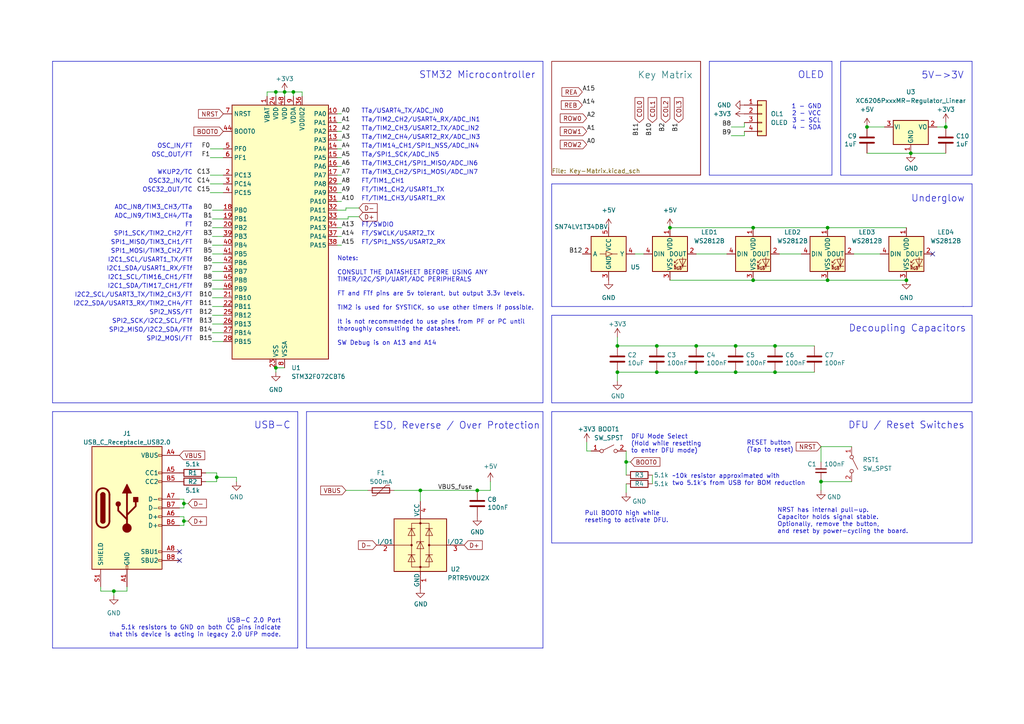
<source format=kicad_sch>
(kicad_sch (version 20231120) (generator "eeschema") (generator_version "8.0")
  (paper "A4")
  (lib_symbols
    (symbol "+3V3_1" (power) (pin_numbers hide) (pin_names (offset 0) hide)
      (property "Value" "+3V3" (at 0 3.556 0))
      (symbol "+3V3_1_0_1"
        (polyline (pts (xy -0.762 1.27) (xy 0 2.54)))
        (polyline (pts (xy 0 0) (xy 0 2.54)))
        (polyline (pts (xy 0 2.54) (xy 0.762 1.27)))
      )
      (symbol "+3V3_1_1_1"
        (pin power_in line (at 0 0 90) (length 0) (name "~") (number "1"))
      )
    )
    (symbol "+5V_1" (power) (pin_names (offset 0))
      (property "Value" "+5V_1" (at 0 3.556 0))
      (symbol "+5V_1_0_1"
        (polyline (pts (xy -0.762 1.27) (xy 0 2.54)))
        (polyline (pts (xy 0 0) (xy 0 2.54)))
        (polyline (pts (xy 0 2.54) (xy 0.762 1.27)))
      )
      (symbol "+5V_1_1_1"
        (pin power_in line (at 0 0 90) (length 0) hide (name "+5V") (number "1"))
      )
    )
    (symbol "+5V_2" (power) (pin_numbers hide) (pin_names (offset 0) hide)
      (property "Value" "+5V" (at 0 3.556 0))
      (symbol "+5V_2_0_1"
        (polyline (pts (xy -0.762 1.27) (xy 0 2.54)))
        (polyline (pts (xy 0 0) (xy 0 2.54)))
        (polyline (pts (xy 0 2.54) (xy 0.762 1.27)))
      )
      (symbol "+5V_2_1_1"
        (pin power_in line (at 0 0 90) (length 0) (name "~") (number "1"))
      )
    )
    (symbol "+5V_3" (power) (pin_numbers hide) (pin_names (offset 0) hide)
      (property "Value" "+5V" (at 0 3.556 0))
      (symbol "+5V_3_0_1"
        (polyline (pts (xy -0.762 1.27) (xy 0 2.54)))
        (polyline (pts (xy 0 0) (xy 0 2.54)))
        (polyline (pts (xy 0 2.54) (xy 0.762 1.27)))
      )
      (symbol "+5V_3_1_1"
        (pin power_in line (at 0 0 90) (length 0) (name "~") (number "1"))
      )
    )
    (symbol "Connector:USB_C_Receptacle_USB2.0" (pin_names (offset 1.016))
      (property "Reference" "J" (at -10.16 19.05 0))
      (property "Value" "USB_C_Receptacle_USB2.0" (at 19.05 19.05 0))
      (symbol "USB_C_Receptacle_USB2.0_0_0"
        (rectangle (start -0.254 -17.78) (end 0.254 -16.764))
        (rectangle (start 10.16 -14.986) (end 9.144 -15.494))
        (rectangle (start 10.16 -12.446) (end 9.144 -12.954))
        (rectangle (start 10.16 -4.826) (end 9.144 -5.334))
        (rectangle (start 10.16 -2.286) (end 9.144 -2.794))
        (rectangle (start 10.16 0.254) (end 9.144 -0.254))
        (rectangle (start 10.16 2.794) (end 9.144 2.286))
        (rectangle (start 10.16 7.874) (end 9.144 7.366))
        (rectangle (start 10.16 10.414) (end 9.144 9.906))
        (rectangle (start 10.16 15.494) (end 9.144 14.986))
      )
      (symbol "USB_C_Receptacle_USB2.0_0_1"
        (rectangle (start -10.16 17.78) (end 10.16 -17.78) (stroke (width 0.254)) (fill (type background)))
        (arc (start -8.89 -3.81) (mid -6.985 -5.7067) (end -5.08 -3.81) (stroke (width 0.508)))
        (arc (start -7.62 -3.81) (mid -6.985 -4.4423) (end -6.35 -3.81) (stroke (width 0.254)))
        (arc (start -7.62 -3.81) (mid -6.985 -4.4423) (end -6.35 -3.81) (stroke (width 0.254)) (fill (type outline)))
        (rectangle (start -7.62 -3.81) (end -6.35 3.81) (stroke (width 0.254)) (fill (type outline)))
        (arc (start -6.35 3.81) (mid -6.985 4.4423) (end -7.62 3.81) (stroke (width 0.254)))
        (arc (start -6.35 3.81) (mid -6.985 4.4423) (end -7.62 3.81) (stroke (width 0.254)) (fill (type outline)))
        (arc (start -5.08 3.81) (mid -6.985 5.7067) (end -8.89 3.81) (stroke (width 0.508)))
        (circle (center -2.54 1.143) (radius 0.635) (stroke (width 0.254)) (fill (type outline)))
        (circle (center 0 -5.842) (radius 1.27) (fill (type outline)))
        (polyline (pts (xy -8.89 -3.81) (xy -8.89 3.81)) (stroke (width 0.508)))
        (polyline (pts (xy -5.08 3.81) (xy -5.08 -3.81)) (stroke (width 0.508)))
        (polyline (pts (xy 0 -5.842) (xy 0 4.318)) (stroke (width 0.508)))
        (polyline (pts (xy 0 -3.302) (xy -2.54 -0.762) (xy -2.54 0.508)) (stroke (width 0.508)))
        (polyline (pts (xy 0 -2.032) (xy 2.54 0.508) (xy 2.54 1.778)) (stroke (width 0.508)))
        (polyline (pts (xy -1.27 4.318) (xy 0 6.858) (xy 1.27 4.318) (xy -1.27 4.318)) (stroke (width 0.254)) (fill (type outline)))
        (rectangle (start 1.905 1.778) (end 3.175 3.048) (stroke (width 0.254)) (fill (type outline)))
      )
      (symbol "USB_C_Receptacle_USB2.0_1_1"
        (pin passive line (at 0 -22.86 90) (length 5.08) (name "GND") (number "A1"))
        (pin passive line (at 0 -22.86 90) (length 5.08) hide (name "GND") (number "A12"))
        (pin passive line (at 15.24 15.24 180) (length 5.08) (name "VBUS") (number "A4"))
        (pin bidirectional line (at 15.24 10.16 180) (length 5.08) (name "CC1") (number "A5"))
        (pin bidirectional line (at 15.24 -2.54 180) (length 5.08) (name "D+") (number "A6"))
        (pin bidirectional line (at 15.24 2.54 180) (length 5.08) (name "D-") (number "A7"))
        (pin bidirectional line (at 15.24 -12.7 180) (length 5.08) (name "SBU1") (number "A8"))
        (pin passive line (at 15.24 15.24 180) (length 5.08) hide (name "VBUS") (number "A9"))
        (pin passive line (at 0 -22.86 90) (length 5.08) hide (name "GND") (number "B1"))
        (pin passive line (at 0 -22.86 90) (length 5.08) hide (name "GND") (number "B12"))
        (pin passive line (at 15.24 15.24 180) (length 5.08) hide (name "VBUS") (number "B4"))
        (pin bidirectional line (at 15.24 7.62 180) (length 5.08) (name "CC2") (number "B5"))
        (pin bidirectional line (at 15.24 -5.08 180) (length 5.08) (name "D+") (number "B6"))
        (pin bidirectional line (at 15.24 0 180) (length 5.08) (name "D-") (number "B7"))
        (pin bidirectional line (at 15.24 -15.24 180) (length 5.08) (name "SBU2") (number "B8"))
        (pin passive line (at 15.24 15.24 180) (length 5.08) hide (name "VBUS") (number "B9"))
        (pin passive line (at -7.62 -22.86 90) (length 5.08) (name "SHIELD") (number "S1"))
      )
    )
    (symbol "Connector_Generic:Conn_01x04" (pin_names (offset 1.016) hide)
      (property "Reference" "J" (at 0 5.08 0))
      (property "Value" "Conn_01x04" (at 0 -7.62 0))
      (symbol "Conn_01x04_1_1"
        (rectangle (start -1.27 -4.953) (end 0 -5.207) (stroke (width 0.1524)))
        (rectangle (start -1.27 -2.413) (end 0 -2.667) (stroke (width 0.1524)))
        (rectangle (start -1.27 0.127) (end 0 -0.127) (stroke (width 0.1524)))
        (rectangle (start -1.27 2.667) (end 0 2.413) (stroke (width 0.1524)))
        (rectangle (start -1.27 3.81) (end 1.27 -6.35) (stroke (width 0.254)) (fill (type background)))
        (pin passive line (at -5.08 2.54 0) (length 3.81) (name "Pin_1") (number "1"))
        (pin passive line (at -5.08 0 0) (length 3.81) (name "Pin_2") (number "2"))
        (pin passive line (at -5.08 -2.54 0) (length 3.81) (name "Pin_3") (number "3"))
        (pin passive line (at -5.08 -5.08 0) (length 3.81) (name "Pin_4") (number "4"))
      )
    )
    (symbol "Device:C" (pin_numbers hide) (pin_names (offset 0.254))
      (property "Reference" "C" (at 0.635 2.54 0))
      (property "Value" "C" (at 0.635 -2.54 0))
      (symbol "C_0_1"
        (polyline (pts (xy -2.032 -0.762) (xy 2.032 -0.762)) (stroke (width 0.508)))
        (polyline (pts (xy -2.032 0.762) (xy 2.032 0.762)) (stroke (width 0.508)))
      )
      (symbol "C_1_1"
        (pin passive line (at 0 3.81 270) (length 2.794) (name "~") (number "1"))
        (pin passive line (at 0 -3.81 90) (length 2.794) (name "~") (number "2"))
      )
    )
    (symbol "Device:C_Small" (pin_numbers hide) (pin_names (offset 0.254) hide)
      (property "Reference" "C" (at 0.254 1.778 0))
      (property "Value" "C_Small" (at 0.254 -2.032 0))
      (symbol "C_Small_0_1"
        (polyline (pts (xy -1.524 -0.508) (xy 1.524 -0.508)) (stroke (width 0.3302)))
        (polyline (pts (xy -1.524 0.508) (xy 1.524 0.508)) (stroke (width 0.3048)))
      )
      (symbol "C_Small_1_1"
        (pin passive line (at 0 2.54 270) (length 2.032) (name "~") (number "1"))
        (pin passive line (at 0 -2.54 90) (length 2.032) (name "~") (number "2"))
      )
    )
    (symbol "Device:Polyfuse" (pin_numbers hide) (pin_names (offset 0))
      (property "Reference" "F" (at -2.54 0 90))
      (property "Value" "Polyfuse" (at 2.54 0 90))
      (symbol "Polyfuse_0_1"
        (rectangle (start -0.762 2.54) (end 0.762 -2.54) (stroke (width 0.254)))
        (polyline (pts (xy 0 2.54) (xy 0 -2.54)))
        (polyline (pts (xy -1.524 2.54) (xy -1.524 1.524) (xy 1.524 -1.524) (xy 1.524 -2.54)))
      )
      (symbol "Polyfuse_1_1"
        (pin passive line (at 0 3.81 270) (length 1.27) (name "~") (number "1"))
        (pin passive line (at 0 -3.81 90) (length 1.27) (name "~") (number "2"))
      )
    )
    (symbol "Device:R" (pin_numbers hide) (pin_names (offset 0))
      (property "Reference" "R" (at 2.032 0 90))
      (property "Value" "R" (at 0 0 90))
      (symbol "R_0_1"
        (rectangle (start -1.016 -2.54) (end 1.016 2.54) (stroke (width 0.254)))
      )
      (symbol "R_1_1"
        (pin passive line (at 0 3.81 270) (length 1.27) (name "~") (number "1"))
        (pin passive line (at 0 -3.81 90) (length 1.27) (name "~") (number "2"))
      )
    )
    (symbol "GND_1" (power) (pin_numbers hide) (pin_names (offset 0) hide)
      (property "Value" "GND" (at 0 -3.81 0))
      (symbol "GND_1_0_1"
        (polyline (pts (xy 0 0) (xy 0 -1.27) (xy 1.27 -1.27) (xy 0 -2.54) (xy -1.27 -1.27) (xy 0 -1.27)))
      )
      (symbol "GND_1_1_1"
        (pin power_in line (at 0 0 270) (length 0) (name "~") (number "1"))
      )
    )
    (symbol "GND_2" (power) (pin_numbers hide) (pin_names (offset 0) hide)
      (property "Value" "GND" (at 0 -3.81 0))
      (symbol "GND_2_0_1"
        (polyline (pts (xy 0 0) (xy 0 -1.27) (xy 1.27 -1.27) (xy 0 -2.54) (xy -1.27 -1.27) (xy 0 -1.27)))
      )
      (symbol "GND_2_1_1"
        (pin power_in line (at 0 0 270) (length 0) (name "~") (number "1"))
      )
    )
    (symbol "GND_3" (power) (pin_numbers hide) (pin_names (offset 0) hide)
      (property "Value" "GND" (at 0 -3.81 0))
      (symbol "GND_3_0_1"
        (polyline (pts (xy 0 0) (xy 0 -1.27) (xy 1.27 -1.27) (xy 0 -2.54) (xy -1.27 -1.27) (xy 0 -1.27)))
      )
      (symbol "GND_3_1_1"
        (pin power_in line (at 0 0 270) (length 0) (name "~") (number "1"))
      )
    )
    (symbol "LED:WS2812B" (pin_names (offset 0.254))
      (property "Reference" "D" (at 5.08 5.715 0))
      (property "Value" "WS2812B" (at 1.27 -5.715 0))
      (symbol "WS2812B_0_0"
        (text "RGB" (at 2.286 -4.191 0) (effects (font (size 0.762 0.762))))
      )
      (symbol "WS2812B_0_1"
        (polyline (pts (xy 1.27 -3.556) (xy 1.778 -3.556)))
        (polyline (pts (xy 1.27 -2.54) (xy 1.778 -2.54)))
        (polyline (pts (xy 4.699 -3.556) (xy 2.667 -3.556)))
        (polyline (pts (xy 2.286 -2.54) (xy 1.27 -3.556) (xy 1.27 -3.048)))
        (polyline (pts (xy 2.286 -1.524) (xy 1.27 -2.54) (xy 1.27 -2.032)))
        (polyline (pts (xy 3.683 -1.016) (xy 3.683 -3.556) (xy 3.683 -4.064)))
        (polyline (pts (xy 4.699 -1.524) (xy 2.667 -1.524) (xy 3.683 -3.556) (xy 4.699 -1.524)))
        (rectangle (start 5.08 5.08) (end -5.08 -5.08) (stroke (width 0.254)) (fill (type background)))
      )
      (symbol "WS2812B_1_1"
        (pin power_in line (at 0 7.62 270) (length 2.54) (name "VDD") (number "1"))
        (pin output line (at 7.62 0 180) (length 2.54) (name "DOUT") (number "2"))
        (pin power_in line (at 0 -7.62 90) (length 2.54) (name "VSS") (number "3"))
        (pin input line (at -7.62 0 0) (length 2.54) (name "DIN") (number "4"))
      )
    )
    (symbol "Logic_LevelTranslator:SN74LV1T34DBV"
      (property "Reference" "U" (at 5.08 6.35 0))
      (property "Value" "SN74LV1T34DBV" (at 5.08 3.81 0))
      (symbol "SN74LV1T34DBV_0_1"
        (rectangle (start -5.08 5.08) (end 5.08 -5.08) (stroke (width 0.254)) (fill (type background)))
        (polyline (pts (xy -0.762 0) (xy -2.54 0)))
        (polyline (pts (xy 1.016 0) (xy 2.54 0)))
      )
      (symbol "SN74LV1T34DBV_1_1"
        (polyline (pts (xy -0.762 -0.762) (xy -0.762 0.762) (xy 1.016 0) (xy -0.762 -0.762)))
        (pin no_connect line (at -5.08 2.54 0) (length 2.54) hide (name "NC") (number "1"))
        (pin input line (at -7.62 0 0) (length 2.54) (name "A") (number "2"))
        (pin power_in line (at 0 -7.62 90) (length 2.54) (name "GND") (number "3"))
        (pin output line (at 7.62 0 180) (length 2.54) (name "Y") (number "4"))
        (pin power_in line (at 0 7.62 270) (length 2.54) (name "VCC") (number "5"))
      )
    )
    (symbol "MCU_ST_STM32F0:STM32F072CBTx"
      (property "Reference" "U" (at -12.7 39.37 0))
      (property "Value" "STM32F072CBTx" (at 10.16 39.37 0))
      (symbol "STM32F072CBTx_0_1"
        (rectangle (start -12.7 -35.56) (end 15.24 38.1) (stroke (width 0.254)) (fill (type background)))
      )
      (symbol "STM32F072CBTx_1_1"
        (pin power_in line (at -2.54 40.64 270) (length 2.54) (name "VBAT") (number "1"))
        (pin bidirectional line (at 17.78 35.56 180) (length 2.54) (name "PA0") (number "10"))
        (pin bidirectional line (at 17.78 33.02 180) (length 2.54) (name "PA1") (number "11"))
        (pin bidirectional line (at 17.78 30.48 180) (length 2.54) (name "PA2") (number "12"))
        (pin bidirectional line (at 17.78 27.94 180) (length 2.54) (name "PA3") (number "13"))
        (pin bidirectional line (at 17.78 25.4 180) (length 2.54) (name "PA4") (number "14"))
        (pin bidirectional line (at 17.78 22.86 180) (length 2.54) (name "PA5") (number "15"))
        (pin bidirectional line (at 17.78 20.32 180) (length 2.54) (name "PA6") (number "16"))
        (pin bidirectional line (at 17.78 17.78 180) (length 2.54) (name "PA7") (number "17"))
        (pin bidirectional line (at -15.24 7.62 0) (length 2.54) (name "PB0") (number "18"))
        (pin bidirectional line (at -15.24 5.08 0) (length 2.54) (name "PB1") (number "19"))
        (pin bidirectional line (at -15.24 17.78 0) (length 2.54) (name "PC13") (number "2"))
        (pin bidirectional line (at -15.24 2.54 0) (length 2.54) (name "PB2") (number "20"))
        (pin bidirectional line (at -15.24 -17.78 0) (length 2.54) (name "PB10") (number "21"))
        (pin bidirectional line (at -15.24 -20.32 0) (length 2.54) (name "PB11") (number "22"))
        (pin power_in line (at 0 -38.1 90) (length 2.54) (name "VSS") (number "23"))
        (pin power_in line (at 0 40.64 270) (length 2.54) (name "VDD") (number "24"))
        (pin bidirectional line (at -15.24 -22.86 0) (length 2.54) (name "PB12") (number "25"))
        (pin bidirectional line (at -15.24 -25.4 0) (length 2.54) (name "PB13") (number "26"))
        (pin bidirectional line (at -15.24 -27.94 0) (length 2.54) (name "PB14") (number "27"))
        (pin bidirectional line (at -15.24 -30.48 0) (length 2.54) (name "PB15") (number "28"))
        (pin bidirectional line (at 17.78 15.24 180) (length 2.54) (name "PA8") (number "29"))
        (pin bidirectional line (at -15.24 15.24 0) (length 2.54) (name "PC14") (number "3"))
        (pin bidirectional line (at 17.78 12.7 180) (length 2.54) (name "PA9") (number "30"))
        (pin bidirectional line (at 17.78 10.16 180) (length 2.54) (name "PA10") (number "31"))
        (pin bidirectional line (at 17.78 7.62 180) (length 2.54) (name "PA11") (number "32"))
        (pin bidirectional line (at 17.78 5.08 180) (length 2.54) (name "PA12") (number "33"))
        (pin bidirectional line (at 17.78 2.54 180) (length 2.54) (name "PA13") (number "34"))
        (pin passive line (at 0 -38.1 90) (length 2.54) hide (name "VSS") (number "35"))
        (pin power_in line (at 7.62 40.64 270) (length 2.54) (name "VDDIO2") (number "36"))
        (pin bidirectional line (at 17.78 0 180) (length 2.54) (name "PA14") (number "37"))
        (pin bidirectional line (at 17.78 -2.54 180) (length 2.54) (name "PA15") (number "38"))
        (pin bidirectional line (at -15.24 0 0) (length 2.54) (name "PB3") (number "39"))
        (pin bidirectional line (at -15.24 12.7 0) (length 2.54) (name "PC15") (number "4"))
        (pin bidirectional line (at -15.24 -2.54 0) (length 2.54) (name "PB4") (number "40"))
        (pin bidirectional line (at -15.24 -5.08 0) (length 2.54) (name "PB5") (number "41"))
        (pin bidirectional line (at -15.24 -7.62 0) (length 2.54) (name "PB6") (number "42"))
        (pin bidirectional line (at -15.24 -10.16 0) (length 2.54) (name "PB7") (number "43"))
        (pin input line (at -15.24 30.48 0) (length 2.54) (name "BOOT0") (number "44"))
        (pin bidirectional line (at -15.24 -12.7 0) (length 2.54) (name "PB8") (number "45"))
        (pin bidirectional line (at -15.24 -15.24 0) (length 2.54) (name "PB9") (number "46"))
        (pin passive line (at 0 -38.1 90) (length 2.54) hide (name "VSS") (number "47"))
        (pin power_in line (at 2.54 40.64 270) (length 2.54) (name "VDD") (number "48"))
        (pin bidirectional line (at -15.24 25.4 0) (length 2.54) (name "PF0") (number "5"))
        (pin bidirectional line (at -15.24 22.86 0) (length 2.54) (name "PF1") (number "6"))
        (pin input line (at -15.24 35.56 0) (length 2.54) (name "NRST") (number "7"))
        (pin power_in line (at 2.54 -38.1 90) (length 2.54) (name "VSSA") (number "8"))
        (pin power_in line (at 5.08 40.64 270) (length 2.54) (name "VDDA") (number "9"))
      )
    )
    (symbol "Power_Protection:PRTR5V0U2X" (pin_names (offset 0))
      (property "Reference" "D" (at 2.794 8.636 0))
      (property "Value" "PRTR5V0U2X" (at 8.128 -9.398 0))
      (symbol "PRTR5V0U2X_0_1"
        (rectangle (start -7.62 -7.62) (end 7.62 7.62) (stroke (width 0.254)) (fill (type background)))
        (circle (center -2.54 0) (radius 0.254) (fill (type outline)))
        (rectangle (start -2.54 6.35) (end 2.54 -6.35))
        (circle (center 0 -6.35) (radius 0.254) (fill (type outline)))
        (polyline (pts (xy -2.54 0) (xy -7.62 0)))
        (polyline (pts (xy -1.524 -2.794) (xy -3.556 -2.794)))
        (polyline (pts (xy -1.524 4.826) (xy -3.556 4.826)))
        (polyline (pts (xy 0 -7.62) (xy 0 7.62)))
        (polyline (pts (xy 1.524 -2.794) (xy 3.556 -2.794)))
        (polyline (pts (xy 1.524 4.826) (xy 3.556 4.826)))
        (polyline (pts (xy 2.54 0) (xy 7.62 0)))
        (polyline (pts (xy 1.016 1.016) (xy -1.016 1.016) (xy -1.016 0.508)))
        (polyline (pts (xy -3.556 -4.826) (xy -1.524 -4.826) (xy -2.54 -2.794) (xy -3.556 -4.826)))
        (polyline (pts (xy -3.556 2.794) (xy -1.524 2.794) (xy -2.54 4.826) (xy -3.556 2.794)))
        (polyline (pts (xy -1.016 -1.016) (xy 1.016 -1.016) (xy 0 1.016) (xy -1.016 -1.016)))
        (polyline (pts (xy 3.556 -4.826) (xy 1.524 -4.826) (xy 2.54 -2.794) (xy 3.556 -4.826)))
        (polyline (pts (xy 3.556 2.794) (xy 1.524 2.794) (xy 2.54 4.826) (xy 3.556 2.794)))
        (circle (center 0 6.35) (radius 0.254) (fill (type outline)))
        (circle (center 2.54 0) (radius 0.254) (fill (type outline)))
      )
      (symbol "PRTR5V0U2X_1_1"
        (pin passive line (at 0 -12.7 90) (length 5.08) (name "GND") (number "1"))
        (pin passive line (at -12.7 0 0) (length 5.08) (name "I/O1") (number "2"))
        (pin passive line (at 12.7 0 180) (length 5.08) (name "I/O2") (number "3"))
        (pin passive line (at 0 12.7 270) (length 5.08) (name "VCC") (number "4"))
      )
    )
    (symbol "Switch:SW_SPST" (pin_names (offset 0) hide)
      (property "Reference" "SW" (at 0 3.175 0))
      (property "Value" "SW_SPST" (at 0 -2.54 0))
      (symbol "SW_SPST_0_0"
        (circle (center -2.032 0) (radius 0.508))
        (polyline (pts (xy -1.524 0.254) (xy 1.524 1.778)))
        (circle (center 2.032 0) (radius 0.508))
      )
      (symbol "SW_SPST_1_1"
        (pin passive line (at -5.08 0 0) (length 2.54) (name "A") (number "1"))
        (pin passive line (at 5.08 0 180) (length 2.54) (name "B") (number "2"))
      )
    )
    (symbol "kicad-keyboard-parts:XC6206PxxxMR-Regulator_Linear" (pin_names (offset 0.254))
      (property "Reference" "U" (at -3.81 3.175 0))
      (property "Value" "XC6206PxxxMR-Regulator_Linear" (at 0 3.175 0))
      (property "LCSC" "C5446" (at 0 0 0))
      (symbol "XC6206PxxxMR-Regulator_Linear_0_1"
        (rectangle (start -5.08 1.905) (end 5.08 -5.08) (stroke (width 0.254)) (fill (type background)))
      )
      (symbol "XC6206PxxxMR-Regulator_Linear_1_1"
        (pin power_in line (at 0 -7.62 90) (length 2.54) (name "GND") (number "1"))
        (pin power_out line (at 7.62 0 180) (length 2.54) (name "VO") (number "2"))
        (pin power_in line (at -7.62 0 0) (length 2.54) (name "VI") (number "3"))
      )
    )
    (symbol "power:+3V3" (power) (pin_names (offset 0))
      (property "Value" "+3V3" (at 0 3.556 0))
      (symbol "+3V3_0_1"
        (polyline (pts (xy -0.762 1.27) (xy 0 2.54)))
        (polyline (pts (xy 0 0) (xy 0 2.54)))
        (polyline (pts (xy 0 2.54) (xy 0.762 1.27)))
      )
      (symbol "+3V3_1_1"
        (pin power_in line (at 0 0 90) (length 0) hide (name "+3V3") (number "1"))
      )
    )
    (symbol "power:+5V" (power) (pin_names (offset 0))
      (property "Value" "+5V" (at 0 3.556 0))
      (symbol "+5V_0_1"
        (polyline (pts (xy -0.762 1.27) (xy 0 2.54)))
        (polyline (pts (xy 0 0) (xy 0 2.54)))
        (polyline (pts (xy 0 2.54) (xy 0.762 1.27)))
      )
      (symbol "+5V_1_1"
        (pin power_in line (at 0 0 90) (length 0) hide (name "+5V") (number "1"))
      )
    )
    (symbol "power:GND" (power) (pin_names (offset 0))
      (property "Value" "GND" (at 0 -3.81 0))
      (symbol "GND_0_1"
        (polyline (pts (xy 0 0) (xy 0 -1.27) (xy 1.27 -1.27) (xy 0 -2.54) (xy -1.27 -1.27) (xy 0 -1.27)))
      )
      (symbol "GND_1_1"
        (pin power_in line (at 0 0 270) (length 0) hide (name "GND") (number "1"))
      )
    )
  )
  (junction (at 181.61 133.985))
  (junction (at 82.55 26.67))
  (junction (at 194.31 66.04))
  (junction (at 274.32 36.83))
  (junction (at 62.865 138.43))
  (junction (at 80.01 26.67))
  (junction (at 240.03 66.04))
  (junction (at 262.89 81.28))
  (junction (at 213.36 107.95))
  (junction (at 251.46 36.83))
  (junction (at 218.44 81.28))
  (junction (at 213.36 100.33))
  (junction (at 179.07 107.95))
  (junction (at 240.03 81.28))
  (junction (at 264.16 44.45) (diameter 0.9144))
  (junction (at 238.125 139.7))
  (junction (at 179.07 100.33))
  (junction (at 80.01 106.68))
  (junction (at 201.93 107.95))
  (junction (at 190.5 107.95))
  (junction (at 224.79 107.95))
  (junction (at 224.79 100.33))
  (junction (at 121.92 142.24))
  (junction (at 201.93 100.33))
  (junction (at 138.43 142.24))
  (junction (at 53.34 151.13))
  (junction (at 33.02 171.45))
  (junction (at 218.44 66.04))
  (junction (at 53.34 146.05))
  (junction (at 190.5 100.33))
  (junction (at 85.09 26.67))
  (no_connect (at 270.51 73.66))
  (no_connect (at 52.07 162.56))
  (no_connect (at 52.07 160.02))
  (wire (pts (xy 215.9 39.37) (xy 215.9 38.1)))
  (wire (pts (xy 224.79 107.95) (xy 236.22 107.95)))
  (wire (pts (xy 52.07 152.4) (xy 53.34 152.4)))
  (wire (pts (xy 61.595 78.74) (xy 64.77 78.74)))
  (wire (pts (xy 99.06 43.18) (xy 97.79 43.18)))
  (wire (pts (xy 33.02 171.45) (xy 36.83 171.45)))
  (polyline (pts (xy 160.02 53.34) (xy 281.94 53.34)))
  (polyline (pts (xy 243.84 17.78) (xy 281.94 17.78)))
  (wire (pts (xy 61.595 63.5) (xy 64.77 63.5)))
  (wire (pts (xy 87.63 26.67) (xy 87.63 27.94)))
  (wire (pts (xy 52.07 144.78) (xy 53.34 144.78)))
  (wire (pts (xy 99.06 55.88) (xy 97.79 55.88)))
  (wire (pts (xy 62.865 139.7) (xy 62.865 138.43)))
  (wire (pts (xy 201.93 107.95) (xy 190.5 107.95)))
  (wire (pts (xy 59.69 139.7) (xy 62.865 139.7)))
  (wire (pts (xy 99.06 50.8) (xy 97.79 50.8)))
  (wire (pts (xy 53.34 146.05) (xy 53.34 147.32)))
  (wire (pts (xy 62.865 138.43) (xy 62.865 137.16)))
  (wire (pts (xy 171.45 130.81) (xy 170.18 130.81)))
  (wire (pts (xy 33.02 172.72) (xy 33.02 171.45)))
  (polyline (pts (xy 88.9 187.96) (xy 157.48 187.96)))
  (polyline (pts (xy 281.94 88.9) (xy 281.94 53.34)))
  (wire (pts (xy 85.09 26.67) (xy 85.09 27.94)))
  (wire (pts (xy 240.03 81.28) (xy 262.89 81.28)))
  (wire (pts (xy 99.06 38.1) (xy 97.79 38.1)))
  (wire (pts (xy 62.865 138.43) (xy 68.58 138.43)))
  (polyline (pts (xy 241.3 50.8) (xy 241.3 17.78)))
  (wire (pts (xy 201.93 100.33) (xy 190.5 100.33)))
  (wire (pts (xy 61.595 66.04) (xy 64.77 66.04)))
  (wire (pts (xy 85.09 26.67) (xy 87.63 26.67)))
  (wire (pts (xy 181.61 133.985) (xy 182.88 133.985)))
  (wire (pts (xy 61.595 81.28) (xy 64.77 81.28)))
  (wire (pts (xy 80.01 26.67) (xy 80.01 27.94)))
  (wire (pts (xy 59.69 137.16) (xy 62.865 137.16)))
  (wire (pts (xy 264.16 44.45) (xy 274.32 44.45)))
  (wire (pts (xy 61.595 96.52) (xy 64.77 96.52)))
  (wire (pts (xy 80.01 107.95) (xy 80.01 106.68)))
  (wire (pts (xy 201.93 73.66) (xy 210.82 73.66)))
  (wire (pts (xy 61.595 86.36) (xy 64.77 86.36)))
  (wire (pts (xy 99.06 40.64) (xy 97.79 40.64)))
  (wire (pts (xy 238.125 142.24) (xy 238.125 139.7)))
  (wire (pts (xy 218.44 66.04) (xy 240.03 66.04)))
  (wire (pts (xy 194.31 66.04) (xy 218.44 66.04)))
  (wire (pts (xy 61.595 76.2) (xy 64.77 76.2)))
  (wire (pts (xy 251.46 36.83) (xy 256.54 36.83)))
  (wire (pts (xy 189.23 137.795) (xy 189.23 140.335)))
  (wire (pts (xy 213.36 100.33) (xy 224.79 100.33)))
  (wire (pts (xy 99.06 66.04) (xy 97.79 66.04)))
  (wire (pts (xy 61.595 73.66) (xy 64.77 73.66)))
  (wire (pts (xy 138.43 142.24) (xy 142.24 142.24)))
  (wire (pts (xy 170.18 130.81) (xy 170.18 128.27)))
  (wire (pts (xy 240.03 66.04) (xy 262.89 66.04)))
  (wire (pts (xy 100.965 62.865) (xy 100.965 63.5)))
  (wire (pts (xy 61.595 68.58) (xy 64.77 68.58)))
  (wire (pts (xy 77.47 26.67) (xy 77.47 27.94)))
  (polyline (pts (xy 15.24 17.78) (xy 15.24 116.84)))
  (wire (pts (xy 99.06 45.72) (xy 97.79 45.72)))
  (wire (pts (xy 61.595 93.98) (xy 64.77 93.98)))
  (polyline (pts (xy 281.94 119.38) (xy 281.94 157.48)))
  (polyline (pts (xy 160.02 91.44) (xy 160.02 116.84)))
  (wire (pts (xy 238.125 129.54) (xy 247.015 129.54)))
  (wire (pts (xy 271.78 36.83) (xy 274.32 36.83)))
  (wire (pts (xy 201.93 100.33) (xy 213.36 100.33)))
  (wire (pts (xy 99.06 48.26) (xy 97.79 48.26)))
  (wire (pts (xy 181.61 130.81) (xy 181.61 133.985)))
  (polyline (pts (xy 15.24 187.96) (xy 86.36 187.96)))
  (wire (pts (xy 85.09 26.67) (xy 82.55 26.67)))
  (wire (pts (xy 61.595 60.96) (xy 64.77 60.96)))
  (polyline (pts (xy 281.94 157.48) (xy 160.02 157.48)))
  (wire (pts (xy 238.125 129.54) (xy 238.125 133.985)))
  (wire (pts (xy 99.06 58.42) (xy 97.79 58.42)))
  (polyline (pts (xy 86.36 187.96) (xy 86.36 119.38)))
  (wire (pts (xy 61.595 88.9) (xy 64.77 88.9)))
  (wire (pts (xy 100.33 142.24) (xy 106.68 142.24)))
  (polyline (pts (xy 279.4 88.9) (xy 281.94 88.9)))
  (polyline (pts (xy 157.48 187.96) (xy 157.48 119.38)))
  (wire (pts (xy 100.965 63.5) (xy 97.79 63.5)))
  (wire (pts (xy 179.07 110.49) (xy 179.07 107.95)))
  (wire (pts (xy 247.65 73.66) (xy 255.27 73.66)))
  (polyline (pts (xy 205.74 17.78) (xy 205.74 50.8)))
  (wire (pts (xy 218.44 81.28) (xy 240.03 81.28)))
  (wire (pts (xy 53.34 152.4) (xy 53.34 151.13)))
  (wire (pts (xy 60.96 50.8) (xy 64.77 50.8)))
  (wire (pts (xy 60.96 53.34) (xy 64.77 53.34)))
  (polyline (pts (xy 88.9 119.38) (xy 157.48 119.38)))
  (wire (pts (xy 52.07 149.86) (xy 53.34 149.86)))
  (wire (pts (xy 114.3 142.24) (xy 121.92 142.24)))
  (wire (pts (xy 80.01 106.68) (xy 82.55 106.68)))
  (wire (pts (xy 224.79 100.33) (xy 236.22 100.33)))
  (wire (pts (xy 179.07 97.79) (xy 179.07 100.33)))
  (wire (pts (xy 61.595 99.06) (xy 64.77 99.06)))
  (wire (pts (xy 215.9 36.83) (xy 212.09 36.83)))
  (wire (pts (xy 238.125 139.7) (xy 238.125 139.065)))
  (wire (pts (xy 53.34 146.05) (xy 54.61 146.05)))
  (wire (pts (xy 80.01 26.67) (xy 82.55 26.67)))
  (wire (pts (xy 238.125 139.7) (xy 247.015 139.7)))
  (wire (pts (xy 181.61 140.335) (xy 181.61 142.875)))
  (wire (pts (xy 60.96 43.18) (xy 64.77 43.18)))
  (polyline (pts (xy 88.9 119.38) (xy 88.9 187.96)))
  (wire (pts (xy 61.595 91.44) (xy 64.77 91.44)))
  (wire (pts (xy 61.595 83.82) (xy 64.77 83.82)))
  (wire (pts (xy 29.21 171.45) (xy 33.02 171.45)))
  (wire (pts (xy 142.24 139.7) (xy 142.24 142.24)))
  (wire (pts (xy 77.47 26.67) (xy 80.01 26.67)))
  (polyline (pts (xy 157.48 116.84) (xy 157.48 17.78)))
  (wire (pts (xy 61.595 71.12) (xy 64.77 71.12)))
  (polyline (pts (xy 15.24 119.38) (xy 15.24 187.96)))
  (wire (pts (xy 181.61 133.985) (xy 181.61 137.795)))
  (wire (pts (xy 52.07 147.32) (xy 53.34 147.32)))
  (polyline (pts (xy 205.74 50.8) (xy 241.3 50.8)))
  (wire (pts (xy 215.9 35.56) (xy 215.9 36.83)))
  (wire (pts (xy 100.33 60.325) (xy 100.33 60.96)))
  (polyline (pts (xy 160.02 53.34) (xy 160.02 88.9)))
  (wire (pts (xy 29.21 170.18) (xy 29.21 171.45)))
  (wire (pts (xy 104.14 62.865) (xy 100.965 62.865)))
  (wire (pts (xy 53.34 149.86) (xy 53.34 151.13)))
  (wire (pts (xy 99.06 53.34) (xy 97.79 53.34)))
  (wire (pts (xy 99.06 35.56) (xy 97.79 35.56)))
  (wire (pts (xy 99.06 68.58) (xy 97.79 68.58)))
  (wire (pts (xy 53.34 151.13) (xy 54.61 151.13)))
  (wire (pts (xy 226.06 73.66) (xy 232.41 73.66)))
  (wire (pts (xy 190.5 107.95) (xy 179.07 107.95)))
  (wire (pts (xy 184.15 73.66) (xy 186.69 73.66)))
  (wire (pts (xy 274.32 35.56) (xy 274.32 36.83)))
  (wire (pts (xy 68.58 138.43) (xy 68.58 139.7)))
  (polyline (pts (xy 15.24 119.38) (xy 86.36 119.38)))
  (wire (pts (xy 36.83 171.45) (xy 36.83 170.18)))
  (wire (pts (xy 100.33 60.96) (xy 97.79 60.96)))
  (polyline (pts (xy 205.74 17.78) (xy 241.3 17.78)))
  (wire (pts (xy 121.92 142.24) (xy 121.92 145.415)))
  (wire (pts (xy 60.96 45.72) (xy 64.77 45.72)))
  (polyline (pts (xy 160.02 119.38) (xy 281.94 119.38)))
  (wire (pts (xy 104.14 60.325) (xy 100.33 60.325)))
  (wire (pts (xy 264.16 44.45) (xy 251.46 44.45)))
  (polyline (pts (xy 160.02 91.44) (xy 281.94 91.44)))
  (wire (pts (xy 212.09 39.37) (xy 215.9 39.37)))
  (polyline (pts (xy 157.48 17.78) (xy 15.24 17.78)))
  (wire (pts (xy 121.92 142.24) (xy 138.43 142.24)))
  (wire (pts (xy 99.06 33.02) (xy 97.79 33.02)))
  (wire (pts (xy 194.31 81.28) (xy 218.44 81.28)))
  (wire (pts (xy 99.06 71.12) (xy 97.79 71.12)))
  (polyline (pts (xy 15.24 116.84) (xy 157.48 116.84)))
  (wire (pts (xy 82.55 26.67) (xy 82.55 27.94)))
  (wire (pts (xy 190.5 100.33) (xy 179.07 100.33)))
  (polyline (pts (xy 160.02 157.48) (xy 160.02 119.38)))
  (wire (pts (xy 53.34 144.78) (xy 53.34 146.05)))
  (polyline (pts (xy 281.94 50.8) (xy 281.94 17.78)))
  (polyline (pts (xy 243.84 50.8) (xy 281.94 50.8)))
  (polyline (pts (xy 160.02 88.9) (xy 279.4 88.9)))
  (polyline (pts (xy 160.02 116.84) (xy 281.94 116.84)))
  (wire (pts (xy 201.93 107.95) (xy 213.36 107.95)))
  (polyline (pts (xy 243.84 17.78) (xy 243.84 50.8)))
  (polyline (pts (xy 281.94 116.84) (xy 281.94 91.44)))
  (wire (pts (xy 213.36 107.95) (xy 224.79 107.95)))
  (wire (pts (xy 60.96 55.88) (xy 64.77 55.88)))
  (text "SPI1_SCK/TIM2_CH2/FT" (at 55.88 68.58 0) (effects (font (size 1.27 1.27)) (justify right bottom)))
  (text "STM32 Microcontroller" (at 138.43 21.844 0) (effects (font (size 2 2))))
  (text "FT/TIM1_CH1" (at 104.775 53.34 0) (effects (font (size 1.27 1.27)) (justify left bottom)))
  (text "FT/TIM1_CH3/USART1_RX" (at 104.775 58.42 0) (effects (font (size 1.27 1.27)) (justify left bottom)))
  (text "SPI2_NSS/FT" (at 55.88 91.44 0) (effects (font (size 1.27 1.27)) (justify right bottom)))
  (text "Notes:\n\nCONSULT THE DATASHEET BEFORE USING ANY \nTIMER/I2C/SPI/UART/ADC PERIPHERALS\n\nFT and FTf pins are 5v tolerant, but output 3.3v levels.\n\nTIM2 is used for SYSTICK, so use other timers if possible.\n\nIt is not recommended to use pins from PF or PC until\nthoroughly consulting the datasheet.\n\nSW Debug is on A13 and A14" (at 97.79 100.33 0) (effects (font (size 1.27 1.27)) (justify left bottom)))
  (text "TTa/TIM2_CH4/USART2_RX/ADC_IN3" (at 104.775 40.64 0) (effects (font (size 1.27 1.27)) (justify left bottom)))
  (text "NRST has internal pull-up.\nCapacitor holds signal stable.\nOptionally, remove the button,\nand reset by power-cycling the board." (at 225.425 154.94 0) (effects (font (size 1.27 1.27)) (justify left bottom)))
  (text "FT/SWDIO" (at 104.775 66.04 0) (effects (font (size 1.27 1.27)) (justify left bottom)))
  (text "Decoupling Capacitors" (at 246.126 96.52 0) (effects (font (size 2 2)) (justify left bottom)))
  (text "SPI1_MOSI/TIM3_CH2/FT" (at 55.88 73.66 0) (effects (font (size 1.27 1.27)) (justify right bottom)))
  (text "ADC_IN9/TIM3_CH4/TTa" (at 55.88 63.5 0) (effects (font (size 1.27 1.27)) (justify right bottom)))
  (text "I2C2_SCL/USART3_TX/TIM2_CH3/FT" (at 55.88 86.36 0) (effects (font (size 1.27 1.27)) (justify right bottom)))
  (text "DFU / Reset Switches" (at 262.89 123.444 0) (effects (font (size 2 2))))
  (text "SPI2_MISO/I2C2_SDA/FTf" (at 55.88 96.52 0) (effects (font (size 1.27 1.27)) (justify right bottom)))
  (text "FT/SWCLK/USART2_TX" (at 104.775 68.58 0) (effects (font (size 1.27 1.27)) (justify left bottom)))
  (text "I2C1_SCL/TIM16_CH1/FTf" (at 55.88 81.28 0) (effects (font (size 1.27 1.27)) (justify right bottom)))
  (text "Underglow\n" (at 272.034 57.658 0) (effects (font (size 2 2))))
  (text "~10k resistor approximated with\ntwo 5.1k's from USB for BOM reduction" (at 194.945 140.97 0) (effects (font (size 1.27 1.27)) (justify left bottom)))
  (text "TTa/TIM2_CH2/USART4_RX/ADC_IN1" (at 104.775 35.56 0) (effects (font (size 1.27 1.27)) (justify left bottom)))
  (text "USB-C 2.0 Port\n5.1k resistors to GND on both CC pins indicate\nthat this device is acting in legacy 2.0 UFP mode." (at 81.534 184.912 0) (effects (font (size 1.27 1.27)) (justify right bottom)))
  (text "TTa/TIM2_CH3/USART2_TX/ADC_IN2" (at 104.775 38.1 0) (effects (font (size 1.27 1.27)) (justify left bottom)))
  (text "OSC_IN/FT" (at 55.88 43.18 0) (effects (font (size 1.27 1.27)) (justify right bottom)))
  (text "DFU Mode Select\n(Hold while resetting\nto enter DFU mode)" (at 183.007 131.572 0) (effects (font (size 1.27 1.27)) (justify left bottom)))
  (text "WKUP2/TC" (at 55.88 50.8 0) (effects (font (size 1.27 1.27)) (justify right bottom)))
  (text "I2C2_SDA/USART3_RX/TIM2_CH4/FT" (at 55.88 88.9 0) (effects (font (size 1.27 1.27)) (justify right bottom)))
  (text "ADC_IN8/TIM3_CH3/TTa" (at 55.88 60.96 0) (effects (font (size 1.27 1.27)) (justify right bottom)))
  (text "1 - GND\n2 - VCC\n3 - SCL\n4 - SDA" (at 233.934 34.036 0) (effects (font (size 1.27 1.27))))
  (text "RESET button\n(Tap to reset)" (at 216.535 131.318 0) (effects (font (size 1.27 1.27)) (justify left bottom)))
  (text "Pull BOOT0 high while \nreseting to activate DFU." (at 169.545 151.765 0) (effects (font (size 1.27 1.27)) (justify left bottom)))
  (text "I2C1_SDA/TIM17_CH1/FTf" (at 55.88 83.82 0) (effects (font (size 1.27 1.27)) (justify right bottom)))
  (text "USB-C" (at 78.994 123.444 0) (effects (font (size 2 2))))
  (text "TTa/SPI1_SCK/ADC_IN5" (at 104.775 45.72 0) (effects (font (size 1.27 1.27)) (justify left bottom)))
  (text "TTa/TIM3_CH1/SPI1_MISO/ADC_IN6" (at 104.775 48.26 0) (effects (font (size 1.27 1.27)) (justify left bottom)))
  (text "TTa/TIM3_CH2/SPI1_MOSI/ADC_IN7" (at 104.775 50.8 0) (effects (font (size 1.27 1.27)) (justify left bottom)))
  (text "OSC32_OUT/TC" (at 55.88 55.88 0) (effects (font (size 1.27 1.27)) (justify right bottom)))
  (text "FT/SPI1_NSS/USART2_RX" (at 104.775 71.12 0) (effects (font (size 1.27 1.27)) (justify left bottom)))
  (text "SPI1_MISO/TIM3_CH1/FT" (at 55.88 71.12 0) (effects (font (size 1.27 1.27)) (justify right bottom)))
  (text "OSC32_IN/TC" (at 55.88 53.34 0) (effects (font (size 1.27 1.27)) (justify right bottom)))
  (text "OLED " (at 235.966 21.844 0) (effects (font (size 2 2))))
  (text "TTa/TIM14_CH1/SPI1_NSS/ADC_IN4" (at 104.775 43.18 0) (effects (font (size 1.27 1.27)) (justify left bottom)))
  (text "I2C1_SDA/USART1_RX/FTf" (at 55.88 78.74 0) (effects (font (size 1.27 1.27)) (justify right bottom)))
  (text "SPI2_MOSI/FT" (at 55.88 99.06 0) (effects (font (size 1.27 1.27)) (justify right bottom)))
  (text "FT/TIM1_CH2/USART1_TX" (at 104.775 55.88 0) (effects (font (size 1.27 1.27)) (justify left bottom)))
  (text "5V->3V" (at 267.208 23.114 0) (effects (font (size 2 2)) (justify left bottom)))
  (text "SPI2_SCK/I2C2_SCL/FTf" (at 55.88 93.98 0) (effects (font (size 1.27 1.27)) (justify right bottom)))
  (text "OSC_OUT/FT" (at 55.88 45.72 0) (effects (font (size 1.27 1.27)) (justify right bottom)))
  (text "ESD, Reverse / Over Protection" (at 108.204 124.714 0) (effects (font (size 2 2)) (justify left bottom)))
  (text "FT" (at 55.88 66.04 0) (effects (font (size 1.27 1.27)) (justify right bottom)))
  (text "TTa/USART4_TX/ADC_IN0" (at 104.775 33.02 0) (effects (font (size 1.27 1.27)) (justify left bottom)))
  (text "I2C1_SCL/USART1_TX/FTf" (at 55.88 76.2 0) (effects (font (size 1.27 1.27)) (justify right bottom)))
  (label "A1" (at 99.06 35.56 0))
  (label "B12" (at 168.91 73.66 180))
  (label "A3" (at 99.06 40.64 0))
  (label "A13" (at 99.06 66.04 0))
  (label "A10" (at 99.06 58.42 0))
  (label "B8" (at 212.09 36.83 180))
  (label "A2" (at 170.18 34.29 0))
  (label "B7" (at 61.595 78.74 180))
  (label "B13" (at 61.595 93.98 180))
  (label "A6" (at 99.06 48.26 0))
  (label "B1" (at 61.595 63.5 180))
  (label "B9" (at 61.595 83.82 180))
  (label "A0" (at 170.18 41.91 0))
  (label "B5" (at 61.595 73.66 180))
  (label "B9" (at 212.09 39.37 180))
  (label "B14" (at 61.595 96.52 180))
  (label "A8" (at 99.06 53.34 0))
  (label "B0" (at 61.595 60.96 180))
  (label "A14" (at 168.91 30.48 0))
  (label "A9" (at 99.06 55.88 0))
  (label "VBUS_fuse" (at 127 142.24 0))
  (label "A2" (at 99.06 38.1 0))
  (label "B10" (at 189.23 35.56 270))
  (label "B8" (at 61.595 81.28 180))
  (label "A4" (at 99.06 43.18 0))
  (label "B12" (at 61.595 91.44 180))
  (label "B4" (at 61.595 71.12 180))
  (label "C14" (at 60.96 53.34 180))
  (label "B6" (at 61.595 76.2 180))
  (label "B1" (at 196.85 35.56 270))
  (label "B15" (at 61.595 99.06 180))
  (label "A14" (at 99.06 68.58 0))
  (label "B10" (at 61.595 86.36 180))
  (label "B11" (at 61.595 88.9 180))
  (label "C15" (at 60.96 55.88 180))
  (label "B3" (at 61.595 68.58 180))
  (label "B2" (at 193.04 35.56 270))
  (label "A0" (at 99.06 33.02 0))
  (label "B2" (at 61.595 66.04 180))
  (label "B11" (at 185.42 35.56 270))
  (label "F1" (at 60.96 45.72 180))
  (label "A5" (at 99.06 45.72 0))
  (label "A7" (at 99.06 50.8 0))
  (label "A15" (at 168.91 26.67 0))
  (label "C13" (at 60.96 50.8 180))
  (label "F0" (at 60.96 43.18 180))
  (label "A15" (at 99.06 71.12 0))
  (label "A1" (at 170.18 38.1 0))
  (global_label "REB" (shape input) (at 168.91 30.48 180) (property "Intersheetrefs" "${INTERSHEET_REFS}" (effects (hide yes))))
  (global_label "ROW0" (shape input) (at 170.18 34.29 180) (property "Intersheetrefs" "${INTERSHEET_REFS}" (effects (hide yes))))
  (global_label "VBUS" (shape input) (at 100.33 142.24 180) (property "Intersheetrefs" "${INTERSHEET_REFS}" (effects (hide yes))))
  (global_label "D-" (shape input) (at 104.14 60.325 0) (property "Intersheetrefs" "${INTERSHEET_REFS}" (effects (hide yes))))
  (global_label "D-" (shape input) (at 109.22 158.115 180) (property "Intersheetrefs" "${INTERSHEET_REFS}" (effects (hide yes))))
  (global_label "COL0" (shape input) (at 185.42 35.56 90) (property "Intersheetrefs" "${INTERSHEET_REFS}" (effects (hide yes))))
  (global_label "ROW2" (shape input) (at 170.18 41.91 180) (property "Intersheetrefs" "${INTERSHEET_REFS}" (effects (hide yes))))
  (global_label "BOOT0" (shape input) (at 64.77 38.1 180) (property "Intersheetrefs" "${INTERSHEET_REFS}" (effects (hide yes))))
  (global_label "COL1" (shape input) (at 189.23 35.56 90) (property "Intersheetrefs" "${INTERSHEET_REFS}" (effects (hide yes))))
  (global_label "D+" (shape input) (at 104.14 62.865 0) (property "Intersheetrefs" "${INTERSHEET_REFS}" (effects (hide yes))))
  (global_label "D+" (shape input) (at 134.62 158.115 0) (property "Intersheetrefs" "${INTERSHEET_REFS}" (effects (hide yes))))
  (global_label "D-" (shape input) (at 54.61 146.05 0) (property "Intersheetrefs" "${INTERSHEET_REFS}" (effects (hide yes))))
  (global_label "COL3" (shape input) (at 196.85 35.56 90) (property "Intersheetrefs" "${INTERSHEET_REFS}" (effects (hide yes))))
  (global_label "COL2" (shape input) (at 193.04 35.56 90) (property "Intersheetrefs" "${INTERSHEET_REFS}" (effects (hide yes))))
  (global_label "NRST" (shape input) (at 238.125 129.54 180) (property "Intersheetrefs" "${INTERSHEET_REFS}" (effects (hide yes))))
  (global_label "NRST" (shape input) (at 64.77 33.02 180) (property "Intersheetrefs" "${INTERSHEET_REFS}" (effects (hide yes))))
  (global_label "ROW1" (shape input) (at 170.18 38.1 180) (property "Intersheetrefs" "${INTERSHEET_REFS}" (effects (hide yes))))
  (global_label "BOOT0" (shape input) (at 182.88 133.985 0) (property "Intersheetrefs" "${INTERSHEET_REFS}" (effects (hide yes))))
  (global_label "D+" (shape input) (at 54.61 151.13 0) (property "Intersheetrefs" "${INTERSHEET_REFS}" (effects (hide yes))))
  (global_label "REA" (shape input) (at 168.91 26.67 180) (property "Intersheetrefs" "${INTERSHEET_REFS}" (effects (hide yes))))
  (global_label "VBUS" (shape input) (at 52.07 132.08 0) (property "Intersheetrefs" "${INTERSHEET_REFS}" (effects (hide yes))))
  (symbol (lib_name "+5V_2") (lib_id "power:+5V") (at 194.31 66.04 0) (unit 1)
    (property "Reference" "#PWR020" (effects (hide yes)))
    (property "Value" "+5V" (at 194.31 60.96 0))
    (property "Description" "Power symbol creates a global label with name \"+5V\"" (effects (hide yes)))
  )
  (symbol (lib_id "Connector:USB_C_Receptacle_USB2.0") (at 36.83 147.32 0) (unit 1)
    (property "Reference" "J1" (at 36.83 125.73 0))
    (property "Value" "USB_C_Receptacle_USB2.0" (at 36.83 128.27 0))
    (property "Footprint" "PCM_marbastlib-various:USB_C_Receptacle_HRO_TYPE-C-31-M-12" (effects (hide yes)))
    (property "Datasheet" "https://www.usb.org/sites/default/files/documents/usb_type-c.zip" (effects (hide yes)))
    (property "JlcRotOffset" "180" (effects (hide yes)))
    (property "JlcPosOffset" "0,1.5" (effects (hide yes)))
    (property "LCSC Part #" "C2988369" (effects (hide yes)))
  )
  (symbol (lib_id "power:+3V3") (at 82.55 26.67 0) (unit 1)
    (property "Reference" "#PWR01" (effects (hide yes)))
    (property "Value" "+3V3" (at 82.55 22.86 0))
  )
  (symbol (lib_id "Device:R") (at 185.42 137.795 90) (unit 1)
    (property "Reference" "R3" (at 185.42 137.795 90))
    (property "Value" "5.1k" (at 191.77 137.795 90))
    (property "Footprint" "Resistor_SMD:R_0402_1005Metric" (effects (hide yes)))
    (property "LCSC Part #" "C105872" (effects (hide yes)))
  )
  (symbol (lib_id "Device:C") (at 138.43 146.05 0) (unit 1)
    (property "Reference" "C8" (at 141.351 144.8816 0) (effects (justify left)))
    (property "Value" "100nF" (at 141.351 147.193 0) (effects (justify left)))
    (property "Footprint" "Capacitor_SMD:C_0402_1005Metric" (effects (hide yes)))
    (property "LCSC Part #" "C307331" (effects (hide yes)))
  )
  (symbol (lib_id "Device:Polyfuse") (at 110.49 142.24 90) (unit 1)
    (property "Reference" "F1" (at 110.49 137.16 90))
    (property "Value" "500mA" (at 110.49 139.7 90))
    (property "Footprint" "Fuse:Fuse_1206_3216Metric" (effects (hide yes)))
    (property "LCSC Part #" "C135341" (effects (hide yes)))
  )
  (symbol (lib_id "power:GND") (at 80.01 107.95 0) (unit 1)
    (property "Reference" "#PWR02" (effects (hide yes)))
    (property "Value" "GND" (at 80.01 113.03 0))
  )
  (symbol (lib_id "LED:WS2812B") (at 194.31 73.66 0) (unit 1)
    (property "Reference" "LED1" (at 205.74 67.3414 0))
    (property "Value" "WS2812B" (at 205.74 69.8814 0))
    (property "Footprint" "LED_SMD:LED_WS2812B_PLCC4_5.0x5.0mm_P3.2mm" (effects (hide yes)))
    (property "Datasheet" "https://cdn-shop.adafruit.com/datasheets/WS2812B.pdf" (effects (hide yes)))
    (property "Description" "RGB LED with integrated controller" (effects (hide yes)))
    (property "LCSC Part #" "C2843785" (effects (hide yes)))
  )
  (symbol (lib_id "power:GND") (at 68.58 139.7 0) (unit 1)
    (property "Reference" "#PWR05" (effects (hide yes)))
    (property "Value" "GND" (at 68.58 144.145 0))
  )
  (symbol (lib_id "power:GND") (at 179.07 110.49 0) (unit 1)
    (property "Reference" "#PWR08" (effects (hide yes)))
    (property "Value" "GND" (at 179.197 114.8842 0))
  )
  (symbol (lib_id "MCU_ST_STM32F0:STM32F072CBTx") (at 80.01 68.58 0) (unit 1)
    (property "Reference" "U1" (at 84.5059 106.68 0) (effects (justify left)))
    (property "Value" "STM32F072CBT6" (at 84.5059 109.22 0) (effects (justify left)))
    (property "Footprint" "Package_QFP:LQFP-48_7x7mm_P0.5mm" (effects (hide yes)))
    (property "Datasheet" "https://www.st.com/resource/en/datasheet/stm32f072cb.pdf" (effects (hide yes)))
    (property "JlcRotOffset" "90" (effects (hide yes)))
    (property "LCSC Part #" "C81720" (effects (hide yes)))
  )
  (symbol (lib_id "Device:C") (at 224.79 104.14 0) (unit 1)
    (property "Reference" "C6" (at 227.711 102.9716 0) (effects (justify left)))
    (property "Value" "100nF" (at 227.711 105.283 0) (effects (justify left)))
    (property "Footprint" "Capacitor_SMD:C_0402_1005Metric" (effects (hide yes)))
    (property "LCSC Part #" "C307331" (effects (hide yes)))
  )
  (symbol (lib_id "power:+3V3") (at 179.07 97.79 0) (unit 1)
    (property "Reference" "#PWR04" (effects (hide yes)))
    (property "Value" "+3V3" (at 179.07 93.98 0))
  )
  (symbol (lib_id "power:GND") (at 33.02 172.72 0) (unit 1)
    (property "Reference" "#PWR011" (effects (hide yes)))
    (property "Value" "GND" (at 33.02 177.8 0))
  )
  (symbol (lib_id "Device:C") (at 274.32 40.64 0) (unit 1)
    (property "Reference" "C10" (at 277.241 39.4716 0) (effects (justify left)))
    (property "Value" "1uF" (at 277.241 41.783 0) (effects (justify left)))
    (property "Footprint" "Capacitor_SMD:C_0402_1005Metric" (effects (hide yes)))
    (property "LCSC Part #" "C52923" (effects (hide yes)))
  )
  (symbol (lib_name "GND_3") (lib_id "power:GND") (at 176.53 81.28 0) (unit 1)
    (property "Reference" "#PWR023" (effects (hide yes)))
    (property "Value" "GND" (at 176.53 86.36 0))
    (property "Description" "Power symbol creates a global label with name \"GND\" , ground" (effects (hide yes)))
  )
  (symbol (lib_id "LED:WS2812B") (at 240.03 73.66 0) (unit 1)
    (property "Reference" "LED3" (at 251.46 67.3414 0))
    (property "Value" "WS2812B" (at 251.46 69.8814 0))
    (property "Footprint" "LED_SMD:LED_WS2812B_PLCC4_5.0x5.0mm_P3.2mm" (effects (hide yes)))
    (property "Datasheet" "https://cdn-shop.adafruit.com/datasheets/WS2812B.pdf" (effects (hide yes)))
    (property "Description" "RGB LED with integrated controller" (effects (hide yes)))
    (property "LCSC Part #" "C2843785" (effects (hide yes)))
  )
  (symbol (lib_id "LED:WS2812B") (at 218.44 73.66 0) (unit 1)
    (property "Reference" "LED2" (at 229.87 67.3414 0))
    (property "Value" "WS2812B" (at 229.87 69.8814 0))
    (property "Footprint" "LED_SMD:LED_WS2812B_PLCC4_5.0x5.0mm_P3.2mm" (effects (hide yes)))
    (property "Datasheet" "https://cdn-shop.adafruit.com/datasheets/WS2812B.pdf" (effects (hide yes)))
    (property "Description" "RGB LED with integrated controller" (effects (hide yes)))
    (property "LCSC Part #" "C2843785" (effects (hide yes)))
  )
  (symbol (lib_id "kicad-keyboard-parts:XC6206PxxxMR-Regulator_Linear") (at 264.16 36.83 0) (unit 1)
    (property "Reference" "U3" (at 264.16 26.67 0))
    (property "Value" "XC6206PxxxMR-Regulator_Linear" (at 264.16 29.21 0))
    (property "Footprint" "Package_TO_SOT_SMD:SOT-23" (effects (hide yes)))
    (property "Datasheet" "https://www.torexsemi.com/file/xc6206/XC6206.pdf" (effects (hide yes)))
    (property "LCSC Part #" "C5446" (effects (hide yes)))
  )
  (symbol (lib_id "power:GND") (at 181.61 142.875 0) (unit 1)
    (property "Reference" "#PWR07" (effects (hide yes)))
    (property "Value" "GND" (at 185.42 145.415 0))
  )
  (symbol (lib_id "power:+3V3") (at 170.18 128.27 0) (mirror y) (unit 1)
    (property "Reference" "#PWR03" (effects (hide yes)))
    (property "Value" "+3V3" (at 170.18 124.46 0))
  )
  (symbol (lib_id "power:+3V3") (at 274.32 35.56 0) (unit 1)
    (property "Reference" "#PWR012" (effects (hide yes)))
    (property "Value" "+3V3" (at 274.32 31.75 0))
  )
  (symbol (lib_name "+5V_1") (lib_id "power:+5V") (at 142.24 139.7 0) (unit 1)
    (property "Reference" "#PWR09" (effects (hide yes)))
    (property "Value" "+5V" (at 142.24 135.255 0))
  )
  (symbol (lib_id "Device:R") (at 55.88 137.16 270) (unit 1)
    (property "Reference" "R1" (at 55.88 137.16 90))
    (property "Value" "5.1k" (at 55.88 134.62 90))
    (property "Footprint" "Resistor_SMD:R_0402_1005Metric" (effects (hide yes)))
    (property "LCSC Part #" "C105872" (effects (hide yes)))
  )
  (symbol (lib_id "power:GND") (at 138.43 149.86 0) (unit 1)
    (property "Reference" "#PWR010" (effects (hide yes)))
    (property "Value" "GND" (at 138.43 154.305 0))
  )
  (symbol (lib_id "power:GND") (at 264.16 44.45 0) (unit 1)
    (property "Reference" "#PWR015" (effects (hide yes)))
    (property "Value" "GND" (at 264.287 48.8442 0))
  )
  (symbol (lib_id "power:+5V") (at 251.46 36.83 0) (unit 1)
    (property "Reference" "#PWR013" (effects (hide yes)))
    (property "Value" "+5V" (at 251.46 31.75 0))
  )
  (symbol (lib_name "+5V_3") (lib_id "power:+5V") (at 176.53 66.04 0) (unit 1)
    (property "Reference" "#PWR022" (effects (hide yes)))
    (property "Value" "+5V" (at 176.53 60.96 0))
    (property "Description" "Power symbol creates a global label with name \"+5V\"" (effects (hide yes)))
  )
  (symbol (lib_id "Switch:SW_SPST") (at 176.53 130.81 0) (unit 1)
    (property "Reference" "BOOT1" (at 176.53 124.46 0))
    (property "Value" "SW_SPST" (at 176.53 127 0))
    (property "Footprint" "Button_Switch_SMD:SW_SPST_TL3342" (effects (hide yes)))
    (property "LCSC Part #" "C2886897" (effects (hide yes)))
  )
  (symbol (lib_name "GND_1") (lib_id "power:GND") (at 215.9 30.48 270) (unit 1)
    (property "Reference" "#PWR019" (effects (hide yes)))
    (property "Value" "GND" (at 212.09 30.4799 90) (effects (justify right)))
    (property "Description" "Power symbol creates a global label with name \"GND\" , ground" (effects (hide yes)))
  )
  (symbol (lib_id "Device:C") (at 201.93 104.14 0) (unit 1)
    (property "Reference" "C4" (at 204.851 102.9716 0) (effects (justify left)))
    (property "Value" "100nF" (at 204.851 105.283 0) (effects (justify left)))
    (property "Footprint" "Capacitor_SMD:C_0402_1005Metric" (effects (hide yes)))
    (property "LCSC Part #" "C307331" (effects (hide yes)))
  )
  (symbol (lib_id "power:GND") (at 238.125 142.24 0) (mirror y) (unit 1)
    (property "Reference" "#PWR06" (effects (hide yes)))
    (property "Value" "GND" (at 241.935 144.145 0))
  )
  (symbol (lib_name "GND_2") (lib_id "power:GND") (at 262.89 81.28 0) (unit 1)
    (property "Reference" "#PWR021" (effects (hide yes)))
    (property "Value" "GND" (at 262.89 86.36 0))
    (property "Description" "Power symbol creates a global label with name \"GND\" , ground" (effects (hide yes)))
  )
  (symbol (lib_id "Device:C") (at 190.5 104.14 0) (unit 1)
    (property "Reference" "C3" (at 193.421 102.9716 0) (effects (justify left)))
    (property "Value" "100nF" (at 193.421 105.283 0) (effects (justify left)))
    (property "Footprint" "Capacitor_SMD:C_0402_1005Metric" (effects (hide yes)))
    (property "LCSC Part #" "C307331" (effects (hide yes)))
  )
  (symbol (lib_id "Device:C") (at 213.36 104.14 0) (unit 1)
    (property "Reference" "C5" (at 216.281 102.9716 0) (effects (justify left)))
    (property "Value" "100nF" (at 216.281 105.283 0) (effects (justify left)))
    (property "Footprint" "Capacitor_SMD:C_0402_1005Metric" (effects (hide yes)))
    (property "LCSC Part #" "C307331" (effects (hide yes)))
  )
  (symbol (lib_name "+3V3_1") (lib_id "power:+3V3") (at 215.9 33.02 90) (unit 1)
    (property "Reference" "#PWR018" (effects (hide yes)))
    (property "Value" "+3V3" (at 212.09 33.0199 90) (effects (justify left)))
    (property "Description" "Power symbol creates a global label with name \"+3V3\"" (effects (hide yes)))
  )
  (symbol (lib_id "Device:C") (at 251.46 40.64 0) (mirror y) (unit 1)
    (property "Reference" "C9" (at 248.539 39.4716 0) (effects (justify left)))
    (property "Value" "1uF" (at 248.539 41.783 0) (effects (justify left)))
    (property "Footprint" "Capacitor_SMD:C_0402_1005Metric" (effects (hide yes)))
    (property "LCSC Part #" "C52923" (effects (hide yes)))
  )
  (symbol (lib_id "Connector_Generic:Conn_01x04") (at 220.98 33.02 0) (unit 1)
    (property "Reference" "OL1" (at 223.52 33.0199 0) (effects (justify left)))
    (property "Value" "OLED" (at 223.52 35.5599 0) (effects (justify left)))
    (property "Footprint" "Draytronics:SSD1306-0.91-OLED-4pin-128x32" (effects (hide yes)))
    (property "Description" "Generic connector, single row, 01x04, script generated (kicad-library-utils/schlib/autogen/connector/)" (effects (hide yes)))
  )
  (symbol (lib_id "Power_Protection:PRTR5V0U2X") (at 121.92 158.115 0) (unit 1)
    (property "Reference" "U2" (at 132.08 165.1 0))
    (property "Value" "PRTR5V0U2X" (at 135.89 167.64 0))
    (property "Footprint" "Package_TO_SOT_SMD:SOT-143" (effects (hide yes)))
    (property "Datasheet" "https://assets.nexperia.com/documents/data-sheet/PRTR5V0U2X.pdf" (effects (hide yes)))
    (property "LCSC Part #" "C2827688" (effects (hide yes)))
    (property "JlcRotOffset" "90" (effects (hide yes)))
  )
  (symbol (lib_id "Device:C") (at 179.07 104.14 0) (unit 1)
    (property "Reference" "C2" (at 181.991 102.9716 0) (effects (justify left)))
    (property "Value" "10uF" (at 181.991 105.283 0) (effects (justify left)))
    (property "Footprint" "Capacitor_SMD:C_0603_1608Metric" (effects (hide yes)))
    (property "LCSC Part #" "C19702" (effects (hide yes)))
  )
  (symbol (lib_id "power:GND") (at 121.92 170.815 0) (unit 1)
    (property "Reference" "#PWR014" (effects (hide yes)))
    (property "Value" "GND" (at 122.047 175.2092 0))
  )
  (symbol (lib_id "Device:R") (at 185.42 140.335 270) (mirror x) (unit 1)
    (property "Reference" "R4" (at 185.42 140.335 90))
    (property "Value" "5.1k" (at 191.77 140.335 90))
    (property "Footprint" "Resistor_SMD:R_0402_1005Metric" (effects (hide yes)))
    (property "LCSC Part #" "C105872" (effects (hide yes)))
  )
  (symbol (lib_id "Logic_LevelTranslator:SN74LV1T34DBV") (at 176.53 73.66 0) (unit 1)
    (property "Reference" "U5" (at 182.88 77.47 0) (effects (justify left)))
    (property "Value" "SN74LV1T34DBV" (at 160.782 65.786 0) (effects (justify left)))
    (property "Footprint" "Package_TO_SOT_SMD:SOT-23-5" (effects (hide yes)))
    (property "Datasheet" "https://www.ti.com/lit/ds/symlink/sn74lv1t34.pdf" (effects (hide yes)))
    (property "LCSC Part #" "C100024" (effects (hide yes)))
    (property "MPN" "SN74LV1T34DBVR" (effects (hide yes)))
  )
  (symbol (lib_id "Switch:SW_SPST") (at 247.015 134.62 270) (unit 1)
    (property "Reference" "RST1" (at 250.19 133.35 90) (effects (justify left)))
    (property "Value" "SW_SPST" (at 250.19 135.89 90) (effects (justify left)))
    (property "Footprint" "Button_Switch_SMD:SW_SPST_TL3342" (effects (hide yes)))
    (property "LCSC Part #" "C2886897" (effects (hide yes)))
  )
  (symbol (lib_id "LED:WS2812B") (at 262.89 73.66 0) (unit 1)
    (property "Reference" "LED4" (at 274.32 67.3414 0))
    (property "Value" "WS2812B" (at 274.32 69.8814 0))
    (property "Footprint" "LED_SMD:LED_WS2812B_PLCC4_5.0x5.0mm_P3.2mm" (effects (hide yes)))
    (property "Datasheet" "https://cdn-shop.adafruit.com/datasheets/WS2812B.pdf" (effects (hide yes)))
    (property "Description" "RGB LED with integrated controller" (effects (hide yes)))
    (property "LCSC Part #" "C2843785" (effects (hide yes)))
  )
  (symbol (lib_id "Device:C_Small") (at 238.125 136.525 0) (mirror y) (unit 1)
    (property "Reference" "C1" (at 236.855 134.62 0) (effects (justify left)))
    (property "Value" "100nF" (at 245.11 134.62 0) (effects (justify left)))
    (property "Footprint" "Capacitor_SMD:C_0402_1005Metric" (effects (hide yes)))
    (property "LCSC Part #" "C307331" (effects (hide yes)))
  )
  (symbol (lib_id "Device:R") (at 55.88 139.7 90) (unit 1)
    (property "Reference" "R2" (at 55.88 139.7 90))
    (property "Value" "5.1k" (at 55.88 142.24 90))
    (property "Footprint" "Resistor_SMD:R_0402_1005Metric" (effects (hide yes)))
    (property "LCSC Part #" "C105872" (effects (hide yes)))
  )
  (symbol (lib_id "Device:C") (at 236.22 104.14 0) (unit 1)
    (property "Reference" "C7" (at 239.141 102.9716 0) (effects (justify left)))
    (property "Value" "100nF" (at 239.141 105.283 0) (effects (justify left)))
    (property "Footprint" "Capacitor_SMD:C_0402_1005Metric" (effects (hide yes)))
    (property "LCSC Part #" "C307331" (effects (hide yes)))
  )
  (sheet (at 160.02 17.78) (size 43.18 33.02) (stroke (width 0.1524))
    (property "Sheetname" "Key Matrix" (at 184.912 22.86 0) (effects (font (size 2 2)) (justify left bottom)))
    (property "Sheetfile" "Key-Matrix.kicad_sch" (at 160.02 48.8446 0) (effects (justify left top)))
  )
)
</source>
